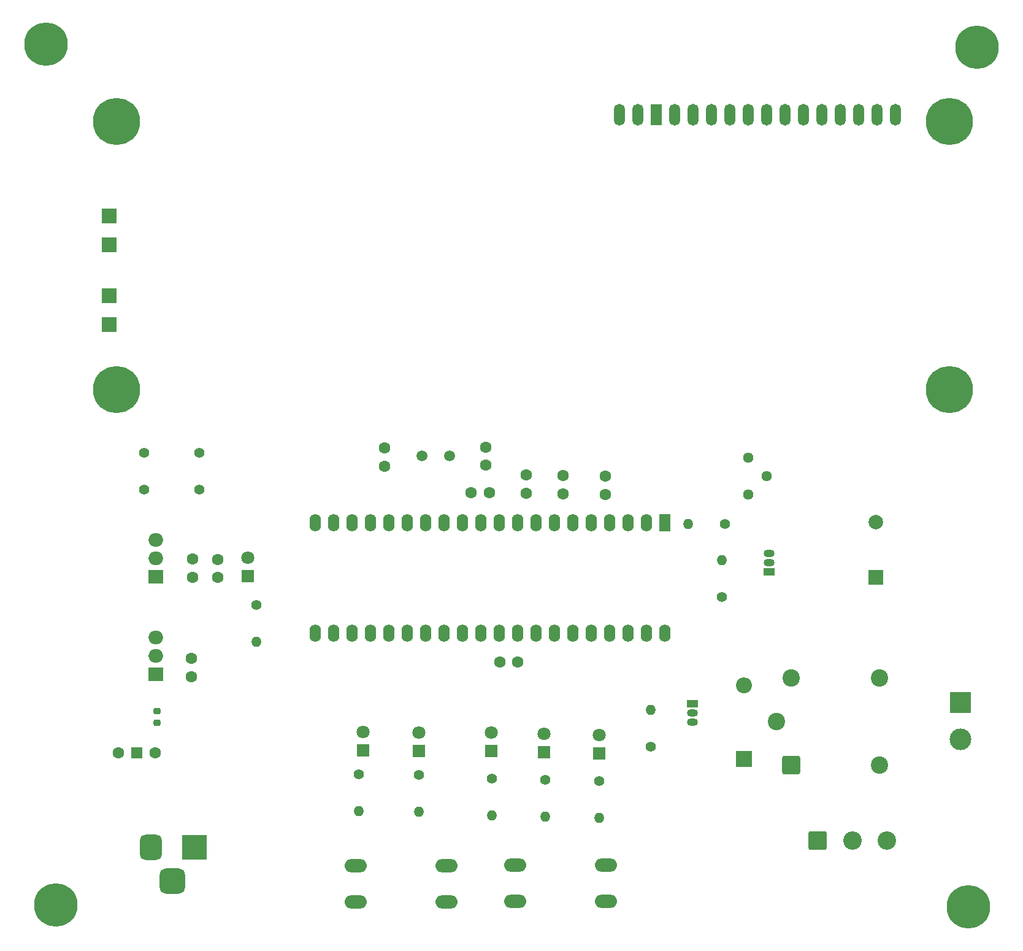
<source format=gbr>
%TF.GenerationSoftware,KiCad,Pcbnew,7.0.11*%
%TF.CreationDate,2024-07-12T13:59:46+01:00*%
%TF.ProjectId,3 mode bottle filling machine,33206d6f-6465-4206-926f-74746c652066,v1*%
%TF.SameCoordinates,Original*%
%TF.FileFunction,Soldermask,Top*%
%TF.FilePolarity,Negative*%
%FSLAX46Y46*%
G04 Gerber Fmt 4.6, Leading zero omitted, Abs format (unit mm)*
G04 Created by KiCad (PCBNEW 7.0.11) date 2024-07-12 13:59:46*
%MOMM*%
%LPD*%
G01*
G04 APERTURE LIST*
G04 Aperture macros list*
%AMRoundRect*
0 Rectangle with rounded corners*
0 $1 Rounding radius*
0 $2 $3 $4 $5 $6 $7 $8 $9 X,Y pos of 4 corners*
0 Add a 4 corners polygon primitive as box body*
4,1,4,$2,$3,$4,$5,$6,$7,$8,$9,$2,$3,0*
0 Add four circle primitives for the rounded corners*
1,1,$1+$1,$2,$3*
1,1,$1+$1,$4,$5*
1,1,$1+$1,$6,$7*
1,1,$1+$1,$8,$9*
0 Add four rect primitives between the rounded corners*
20,1,$1+$1,$2,$3,$4,$5,0*
20,1,$1+$1,$4,$5,$6,$7,0*
20,1,$1+$1,$6,$7,$8,$9,0*
20,1,$1+$1,$8,$9,$2,$3,0*%
G04 Aperture macros list end*
%ADD10R,2.200000X2.200000*%
%ADD11O,2.200000X2.200000*%
%ADD12C,1.600000*%
%ADD13C,1.400000*%
%ADD14O,1.400000X1.400000*%
%ADD15R,1.800000X1.800000*%
%ADD16C,1.800000*%
%ADD17C,6.500000*%
%ADD18R,1.500000X3.000000*%
%ADD19O,1.500000X3.000000*%
%ADD20R,2.000000X2.000000*%
%ADD21R,1.600000X2.400000*%
%ADD22O,1.600000X2.400000*%
%ADD23R,1.500000X1.050000*%
%ADD24O,1.500000X1.050000*%
%ADD25C,2.000000*%
%ADD26R,3.000000X3.000000*%
%ADD27C,3.000000*%
%ADD28RoundRect,0.218750X0.256250X-0.218750X0.256250X0.218750X-0.256250X0.218750X-0.256250X-0.218750X0*%
%ADD29C,3.400000*%
%ADD30C,6.000000*%
%ADD31R,1.500000X1.500000*%
%ADD32C,2.400000*%
%ADD33RoundRect,0.250000X1.000000X-1.000000X1.000000X1.000000X-1.000000X1.000000X-1.000000X-1.000000X0*%
%ADD34O,3.048000X1.850000*%
%ADD35R,3.500000X3.500000*%
%ADD36RoundRect,0.750000X-0.750000X-1.000000X0.750000X-1.000000X0.750000X1.000000X-0.750000X1.000000X0*%
%ADD37RoundRect,0.875000X-0.875000X-0.875000X0.875000X-0.875000X0.875000X0.875000X-0.875000X0.875000X0*%
%ADD38C,1.500000*%
%ADD39RoundRect,0.249999X-1.025001X-1.025001X1.025001X-1.025001X1.025001X1.025001X-1.025001X1.025001X0*%
%ADD40C,2.550000*%
%ADD41R,2.000000X1.905000*%
%ADD42O,2.000000X1.905000*%
%ADD43C,1.397000*%
%ADD44C,1.440000*%
G04 APERTURE END LIST*
D10*
%TO.C,D7*%
X162050000Y-127405000D03*
D11*
X162050000Y-117245000D03*
%TD*%
D12*
%TO.C,C9*%
X137100000Y-90800000D03*
X137100000Y-88300000D03*
%TD*%
D13*
%TO.C,R3*%
X149150000Y-125740000D03*
D14*
X149150000Y-120660000D03*
%TD*%
D15*
%TO.C,D1*%
X93550000Y-102140000D03*
D16*
X93550000Y-99600000D03*
%TD*%
D13*
%TO.C,R8*%
X117175000Y-129585000D03*
D14*
X117175000Y-134665000D03*
%TD*%
D12*
%TO.C,C7*%
X126900000Y-90650000D03*
X124400000Y-90650000D03*
%TD*%
D15*
%TO.C,D5*%
X117175000Y-126300000D03*
D16*
X117175000Y-123760000D03*
%TD*%
D12*
%TO.C,C2*%
X85930000Y-102315000D03*
X85930000Y-99815000D03*
%TD*%
%TO.C,C8*%
X131975000Y-90700000D03*
X131975000Y-88200000D03*
%TD*%
D13*
%TO.C,R6*%
X134575000Y-130310000D03*
D14*
X134575000Y-135390000D03*
%TD*%
D13*
%TO.C,R9*%
X108825000Y-129485000D03*
D14*
X108825000Y-134565000D03*
%TD*%
D12*
%TO.C,C10*%
X142875000Y-90875000D03*
X142875000Y-88375000D03*
%TD*%
D13*
%TO.C,R1*%
X94700000Y-106160000D03*
D14*
X94700000Y-111240000D03*
%TD*%
D17*
%TO.C,U4*%
X75425000Y-39467500D03*
X75425000Y-76467500D03*
X190425000Y-39467500D03*
X190425000Y-76467500D03*
D18*
X149925000Y-38467500D03*
D19*
X152465000Y-38467500D03*
X155005000Y-38467500D03*
X157545000Y-38467500D03*
X160085000Y-38467500D03*
X162625000Y-38467500D03*
X165165000Y-38467500D03*
X167705000Y-38467500D03*
X170245000Y-38467500D03*
X172785000Y-38467500D03*
X175325000Y-38467500D03*
X177865000Y-38467500D03*
X180405000Y-38467500D03*
X182945000Y-38467500D03*
X147385000Y-38467500D03*
X144845000Y-38467500D03*
D20*
X74425000Y-52467500D03*
X74425000Y-63467500D03*
X74425000Y-56467500D03*
X74425000Y-67467500D03*
%TD*%
D21*
%TO.C,U2*%
X151125000Y-94795000D03*
D22*
X148585000Y-94795000D03*
X146045000Y-94795000D03*
X143505000Y-94795000D03*
X140965000Y-94795000D03*
X138425000Y-94795000D03*
X135885000Y-94795000D03*
X133345000Y-94795000D03*
X130805000Y-94795000D03*
X128265000Y-94795000D03*
X125725000Y-94795000D03*
X123185000Y-94795000D03*
X120645000Y-94795000D03*
X118105000Y-94795000D03*
X115565000Y-94795000D03*
X113025000Y-94795000D03*
X110485000Y-94795000D03*
X107945000Y-94795000D03*
X105405000Y-94795000D03*
X102865000Y-94795000D03*
X102865000Y-110035000D03*
X105405000Y-110035000D03*
X107945000Y-110035000D03*
X110485000Y-110035000D03*
X113025000Y-110035000D03*
X115565000Y-110035000D03*
X118105000Y-110035000D03*
X120645000Y-110035000D03*
X123185000Y-110035000D03*
X125725000Y-110035000D03*
X128265000Y-110035000D03*
X130805000Y-110035000D03*
X133345000Y-110035000D03*
X135885000Y-110035000D03*
X138425000Y-110035000D03*
X140965000Y-110035000D03*
X143505000Y-110035000D03*
X146045000Y-110035000D03*
X148585000Y-110035000D03*
X151125000Y-110035000D03*
%TD*%
D13*
%TO.C,R2*%
X159440000Y-94975000D03*
D14*
X154360000Y-94975000D03*
%TD*%
D23*
%TO.C,Q1*%
X154950000Y-119775000D03*
D24*
X154950000Y-121045000D03*
X154950000Y-122315000D03*
%TD*%
D12*
%TO.C,C1*%
X85775000Y-116050000D03*
X85775000Y-113550000D03*
%TD*%
D13*
%TO.C,R10*%
X158950000Y-105015000D03*
D14*
X158950000Y-99935000D03*
%TD*%
D15*
%TO.C,D4*%
X127125000Y-126315000D03*
D16*
X127125000Y-123775000D03*
%TD*%
D20*
%TO.C,BZ1*%
X180200000Y-102300000D03*
D25*
X180200000Y-94700000D03*
%TD*%
D26*
%TO.C,J2*%
X191925000Y-119585000D03*
D27*
X191925000Y-124665000D03*
%TD*%
D28*
%TO.C,FB1*%
X81025000Y-122412500D03*
X81025000Y-120837500D03*
%TD*%
D13*
%TO.C,R5*%
X142025000Y-130485000D03*
D14*
X142025000Y-135565000D03*
%TD*%
D29*
%TO.C,H4*%
X65700000Y-28750000D03*
D30*
X65700000Y-28750000D03*
%TD*%
D31*
%TO.C,SW3*%
X78210000Y-126575000D03*
D12*
X75670000Y-126575000D03*
X80750000Y-126575000D03*
%TD*%
D13*
%TO.C,R7*%
X127200000Y-130150000D03*
D14*
X127200000Y-135230000D03*
%TD*%
D29*
%TO.C,H3*%
X193050000Y-147775000D03*
D30*
X193050000Y-147775000D03*
%TD*%
D32*
%TO.C,K1*%
X166550000Y-122257500D03*
X180750000Y-116257500D03*
X180750000Y-128257500D03*
D33*
X168550000Y-128257500D03*
D32*
X168550000Y-116257500D03*
%TD*%
D15*
%TO.C,D2*%
X142050000Y-126600000D03*
D16*
X142050000Y-124060000D03*
%TD*%
D34*
%TO.C,SW4*%
X108460000Y-142150000D03*
X120960000Y-142150000D03*
X108460000Y-147150000D03*
X120960000Y-147150000D03*
%TD*%
D23*
%TO.C,Q2*%
X165475000Y-101595000D03*
D24*
X165475000Y-100325000D03*
X165475000Y-99055000D03*
%TD*%
D35*
%TO.C,J1*%
X86150000Y-139575000D03*
D36*
X80150000Y-139575000D03*
D37*
X83150000Y-144275000D03*
%TD*%
D12*
%TO.C,C4*%
X126425000Y-84350000D03*
X126425000Y-86850000D03*
%TD*%
D29*
%TO.C,H1*%
X194250000Y-29200000D03*
D30*
X194250000Y-29200000D03*
%TD*%
D29*
%TO.C,H2*%
X67075000Y-147575000D03*
D30*
X67075000Y-147575000D03*
%TD*%
D12*
%TO.C,C5*%
X112425000Y-84475000D03*
X112425000Y-86975000D03*
%TD*%
D38*
%TO.C,Y1*%
X117575000Y-85550000D03*
X121375000Y-85550000D03*
%TD*%
D39*
%TO.C,J3*%
X172200000Y-138625000D03*
D40*
X177000000Y-138625000D03*
X181800000Y-138625000D03*
%TD*%
D41*
%TO.C,U1*%
X80830000Y-102245000D03*
D42*
X80830000Y-99705000D03*
X80830000Y-97165000D03*
%TD*%
D15*
%TO.C,D6*%
X109450000Y-126225000D03*
D16*
X109450000Y-123685000D03*
%TD*%
D43*
%TO.C,SW1*%
X79190000Y-85160000D03*
X86810000Y-85160000D03*
X79190000Y-90240000D03*
X86810000Y-90240000D03*
%TD*%
D15*
%TO.C,D3*%
X134400000Y-126490000D03*
D16*
X134400000Y-123950000D03*
%TD*%
D41*
%TO.C,U3*%
X80850000Y-115755000D03*
D42*
X80850000Y-113215000D03*
X80850000Y-110675000D03*
%TD*%
D12*
%TO.C,C6*%
X130800000Y-114000000D03*
X128300000Y-114000000D03*
%TD*%
D34*
%TO.C,SW2*%
X130485000Y-142050000D03*
X142985000Y-142050000D03*
X130485000Y-147050000D03*
X142985000Y-147050000D03*
%TD*%
D44*
%TO.C,RV1*%
X162600000Y-90950000D03*
X165140000Y-88410000D03*
X162600000Y-85870000D03*
%TD*%
D12*
%TO.C,C3*%
X89400000Y-99850000D03*
X89400000Y-102350000D03*
%TD*%
M02*

</source>
